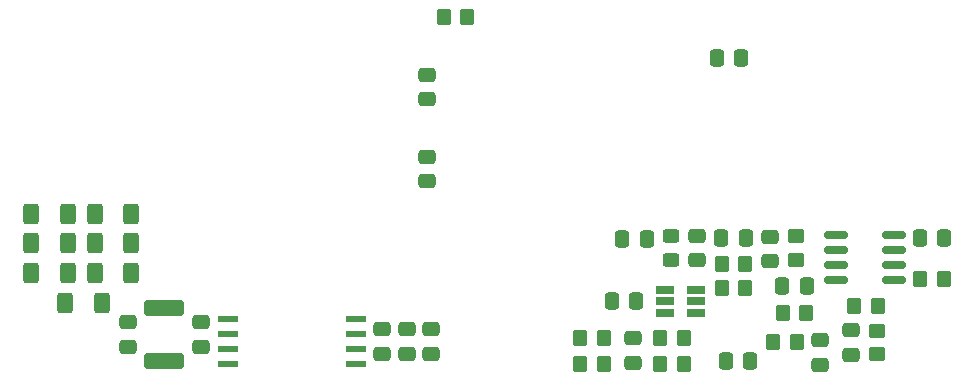
<source format=gtp>
G04 #@! TF.GenerationSoftware,KiCad,Pcbnew,(6.0.0-0)*
G04 #@! TF.CreationDate,2022-02-24T15:34:45+01:00*
G04 #@! TF.ProjectId,AC Power Supply,41432050-6f77-4657-9220-537570706c79,rev?*
G04 #@! TF.SameCoordinates,Original*
G04 #@! TF.FileFunction,Paste,Top*
G04 #@! TF.FilePolarity,Positive*
%FSLAX46Y46*%
G04 Gerber Fmt 4.6, Leading zero omitted, Abs format (unit mm)*
G04 Created by KiCad (PCBNEW (6.0.0-0)) date 2022-02-24 15:34:45*
%MOMM*%
%LPD*%
G01*
G04 APERTURE LIST*
G04 Aperture macros list*
%AMRoundRect*
0 Rectangle with rounded corners*
0 $1 Rounding radius*
0 $2 $3 $4 $5 $6 $7 $8 $9 X,Y pos of 4 corners*
0 Add a 4 corners polygon primitive as box body*
4,1,4,$2,$3,$4,$5,$6,$7,$8,$9,$2,$3,0*
0 Add four circle primitives for the rounded corners*
1,1,$1+$1,$2,$3*
1,1,$1+$1,$4,$5*
1,1,$1+$1,$6,$7*
1,1,$1+$1,$8,$9*
0 Add four rect primitives between the rounded corners*
20,1,$1+$1,$2,$3,$4,$5,0*
20,1,$1+$1,$4,$5,$6,$7,0*
20,1,$1+$1,$6,$7,$8,$9,0*
20,1,$1+$1,$8,$9,$2,$3,0*%
G04 Aperture macros list end*
%ADD10R,1.560000X0.650000*%
%ADD11RoundRect,0.150000X-0.825000X-0.150000X0.825000X-0.150000X0.825000X0.150000X-0.825000X0.150000X0*%
%ADD12RoundRect,0.250000X0.450000X-0.350000X0.450000X0.350000X-0.450000X0.350000X-0.450000X-0.350000X0*%
%ADD13RoundRect,0.250000X-0.450000X0.350000X-0.450000X-0.350000X0.450000X-0.350000X0.450000X0.350000X0*%
%ADD14RoundRect,0.250000X-0.400000X-0.625000X0.400000X-0.625000X0.400000X0.625000X-0.400000X0.625000X0*%
%ADD15RoundRect,0.250000X-0.475000X0.337500X-0.475000X-0.337500X0.475000X-0.337500X0.475000X0.337500X0*%
%ADD16RoundRect,0.250000X0.475000X-0.337500X0.475000X0.337500X-0.475000X0.337500X-0.475000X-0.337500X0*%
%ADD17RoundRect,0.250000X-0.350000X-0.450000X0.350000X-0.450000X0.350000X0.450000X-0.350000X0.450000X0*%
%ADD18RoundRect,0.250000X0.350000X0.450000X-0.350000X0.450000X-0.350000X-0.450000X0.350000X-0.450000X0*%
%ADD19RoundRect,0.250000X1.450000X-0.400000X1.450000X0.400000X-1.450000X0.400000X-1.450000X-0.400000X0*%
%ADD20RoundRect,0.250000X0.337500X0.475000X-0.337500X0.475000X-0.337500X-0.475000X0.337500X-0.475000X0*%
%ADD21RoundRect,0.250000X0.400000X0.625000X-0.400000X0.625000X-0.400000X-0.625000X0.400000X-0.625000X0*%
%ADD22RoundRect,0.250000X0.450000X-0.325000X0.450000X0.325000X-0.450000X0.325000X-0.450000X-0.325000X0*%
%ADD23RoundRect,0.250000X-0.337500X-0.475000X0.337500X-0.475000X0.337500X0.475000X-0.337500X0.475000X0*%
%ADD24R,1.799999X0.599999*%
G04 APERTURE END LIST*
D10*
X106150000Y-74250000D03*
X106150000Y-73300000D03*
X106150000Y-72350000D03*
X103450000Y-72350000D03*
X103450000Y-74250000D03*
X103450000Y-73300000D03*
D11*
X117925000Y-67695000D03*
X117925000Y-68965000D03*
X117925000Y-70235000D03*
X117925000Y-71505000D03*
X122875000Y-71505000D03*
X122875000Y-70235000D03*
X122875000Y-68965000D03*
X122875000Y-67695000D03*
D12*
X114550000Y-69800000D03*
X114550000Y-67800000D03*
D13*
X121400000Y-75800000D03*
X121400000Y-77800000D03*
D14*
X55200000Y-68400000D03*
X58300000Y-68400000D03*
D15*
X83375000Y-61062500D03*
X83375000Y-63137500D03*
D16*
X112400000Y-69887500D03*
X112400000Y-67812500D03*
D17*
X103075000Y-76375000D03*
X105075000Y-76375000D03*
D18*
X114625000Y-76750000D03*
X112625000Y-76750000D03*
D19*
X61100000Y-78325000D03*
X61100000Y-73875000D03*
D18*
X110300000Y-72200000D03*
X108300000Y-72200000D03*
X110300000Y-70100000D03*
X108300000Y-70100000D03*
D16*
X64200000Y-77137500D03*
X64200000Y-75062500D03*
D14*
X49800000Y-65900000D03*
X52900000Y-65900000D03*
D15*
X100775000Y-76437500D03*
X100775000Y-78512500D03*
D17*
X103075000Y-78575000D03*
X105075000Y-78575000D03*
D20*
X127137500Y-67900000D03*
X125062500Y-67900000D03*
D16*
X106200000Y-69837500D03*
X106200000Y-67762500D03*
D14*
X49800000Y-70900000D03*
X52900000Y-70900000D03*
D21*
X58300000Y-65900000D03*
X55200000Y-65900000D03*
D16*
X83713020Y-77737500D03*
X83713020Y-75662500D03*
D18*
X127075000Y-71400000D03*
X125075000Y-71400000D03*
D22*
X104000000Y-69825000D03*
X104000000Y-67775000D03*
D17*
X84750000Y-49250000D03*
X86750000Y-49250000D03*
D21*
X52900000Y-68400000D03*
X49800000Y-68400000D03*
D23*
X108637500Y-78375000D03*
X110712500Y-78375000D03*
D17*
X96325000Y-76375000D03*
X98325000Y-76375000D03*
D20*
X101937500Y-68000000D03*
X99862500Y-68000000D03*
D16*
X58000000Y-77137500D03*
X58000000Y-75062500D03*
D24*
X66450001Y-74795000D03*
X66450001Y-76065000D03*
X66450001Y-77335000D03*
X66450001Y-78605000D03*
X77349999Y-78605000D03*
X77349999Y-77335000D03*
X77349999Y-76065000D03*
X77349999Y-74795000D03*
D15*
X119250000Y-75762500D03*
X119250000Y-77837500D03*
D23*
X98962500Y-73300000D03*
X101037500Y-73300000D03*
D20*
X115487500Y-72000000D03*
X113412500Y-72000000D03*
D18*
X115450000Y-74250000D03*
X113450000Y-74250000D03*
D23*
X107862500Y-52700000D03*
X109937500Y-52700000D03*
X108262500Y-67900000D03*
X110337500Y-67900000D03*
D16*
X79513020Y-77737500D03*
X79513020Y-75662500D03*
D21*
X58300000Y-70900000D03*
X55200000Y-70900000D03*
D17*
X119500000Y-73700000D03*
X121500000Y-73700000D03*
D16*
X81613020Y-77737500D03*
X81613020Y-75662500D03*
X83375000Y-56187500D03*
X83375000Y-54112500D03*
D17*
X96325000Y-78575000D03*
X98325000Y-78575000D03*
D14*
X52700000Y-73400000D03*
X55800000Y-73400000D03*
D15*
X116650000Y-76612500D03*
X116650000Y-78687500D03*
M02*

</source>
